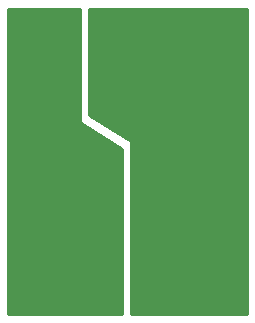
<source format=gbr>
G04 #@! TF.GenerationSoftware,KiCad,Pcbnew,(5.1.5)-3*
G04 #@! TF.CreationDate,2020-04-27T22:16:56-04:00*
G04 #@! TF.ProjectId,PWR_ADAPTER,5057525f-4144-4415-9054-45522e6b6963,rev?*
G04 #@! TF.SameCoordinates,Original*
G04 #@! TF.FileFunction,Copper,L2,Bot*
G04 #@! TF.FilePolarity,Positive*
%FSLAX46Y46*%
G04 Gerber Fmt 4.6, Leading zero omitted, Abs format (unit mm)*
G04 Created by KiCad (PCBNEW (5.1.5)-3) date 2020-04-27 22:16:56*
%MOMM*%
%LPD*%
G04 APERTURE LIST*
%ADD10C,4.000000*%
%ADD11R,4.000000X4.000000*%
%ADD12C,2.500000*%
%ADD13R,2.500000X2.500000*%
%ADD14C,0.254000*%
G04 APERTURE END LIST*
D10*
X145000000Y-127200000D03*
D11*
X135500000Y-127200000D03*
D12*
X139450000Y-113500000D03*
D13*
X133100000Y-113500000D03*
D14*
G36*
X150448000Y-135048000D02*
G01*
X140627000Y-135048000D01*
X140627000Y-120500000D01*
X140624560Y-120475224D01*
X140617333Y-120451399D01*
X140605597Y-120429443D01*
X140589803Y-120410197D01*
X140566224Y-120391633D01*
X137027000Y-118228774D01*
X137027000Y-109252000D01*
X150448001Y-109252000D01*
X150448000Y-135048000D01*
G37*
X150448000Y-135048000D02*
X140627000Y-135048000D01*
X140627000Y-120500000D01*
X140624560Y-120475224D01*
X140617333Y-120451399D01*
X140605597Y-120429443D01*
X140589803Y-120410197D01*
X140566224Y-120391633D01*
X137027000Y-118228774D01*
X137027000Y-109252000D01*
X150448001Y-109252000D01*
X150448000Y-135048000D01*
G36*
X136273000Y-118800000D02*
G01*
X136275440Y-118824776D01*
X136282667Y-118848601D01*
X136294403Y-118870557D01*
X136310197Y-118889803D01*
X136333776Y-118908367D01*
X139873000Y-121071226D01*
X139873000Y-135048000D01*
X130152000Y-135048000D01*
X130152000Y-109252000D01*
X136273000Y-109252000D01*
X136273000Y-118800000D01*
G37*
X136273000Y-118800000D02*
X136275440Y-118824776D01*
X136282667Y-118848601D01*
X136294403Y-118870557D01*
X136310197Y-118889803D01*
X136333776Y-118908367D01*
X139873000Y-121071226D01*
X139873000Y-135048000D01*
X130152000Y-135048000D01*
X130152000Y-109252000D01*
X136273000Y-109252000D01*
X136273000Y-118800000D01*
M02*

</source>
